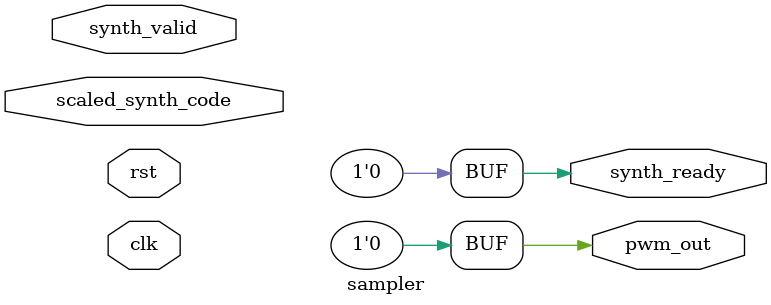
<source format=v>
module sampler (
    input clk,
    input rst,
    input synth_valid,
    input [9:0] scaled_synth_code,
    output synth_ready,
    output pwm_out
);
    // Remove these lines once you have implemented this module
    assign synth_ready = 0;
    assign pwm_out = 0;
endmodule
</source>
